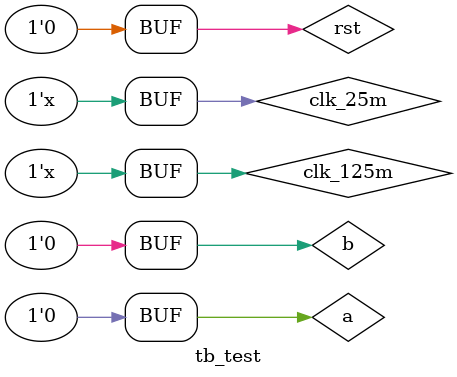
<source format=sv>

module tb_test;



reg           clk_25m;

reg           clk_125m;

reg           rst;





initial begin

	clk_25m=1'b0;clk_125m=1'b0;rst =1'b1;

	#1000ns

	rst =1'b0;

	end

	

 always @*

  clk_25m <= #20ns ~clk_25m;

  

  always @*

  clk_125m <= #4ns ~clk_125m;	

	

assign a= 8'h10>>2; 	

assign b= 8'h10<<2; 	



		

 





	

endmodule

</source>
